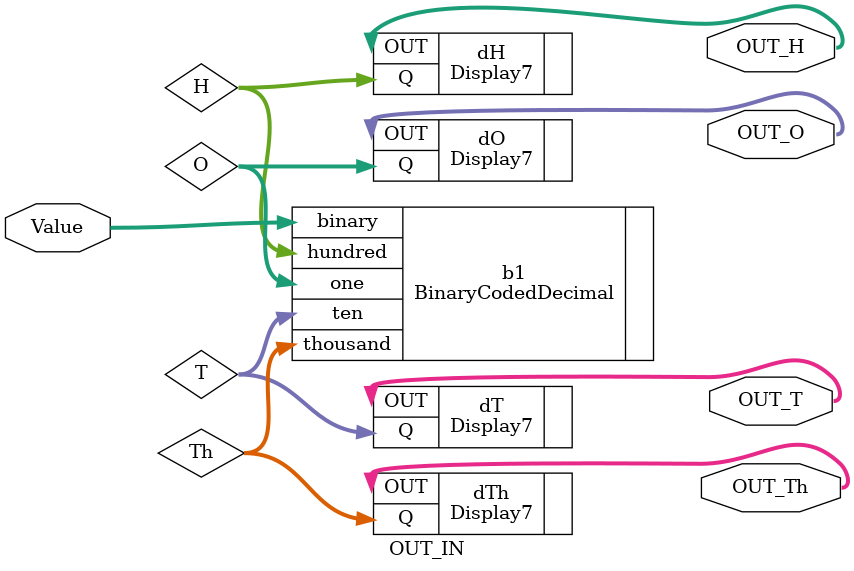
<source format=v>
module OUT_IN (
	input [15:0] Value,
	output [6:0] OUT_Th,
	output [6:0] OUT_H,
	output [6:0] OUT_T,
	output [6:0] OUT_O
);
	wire [3:0] Th, H, T, O;
	
	BinaryCodedDecimal b1 (.binary(Value), .thousand(Th), .hundred(H), .ten(T), .one(O));
	Display7 dTh (.Q(Th), .OUT(OUT_Th)); //Sinal negativo
	Display7 dH (.Q(H), .OUT(OUT_H)); //Centena
	Display7 dT (.Q(T), .OUT(OUT_T)); //Dezena
	Display7 dO (.Q(O), .OUT(OUT_O)); //Unidade
	
	
endmodule

</source>
